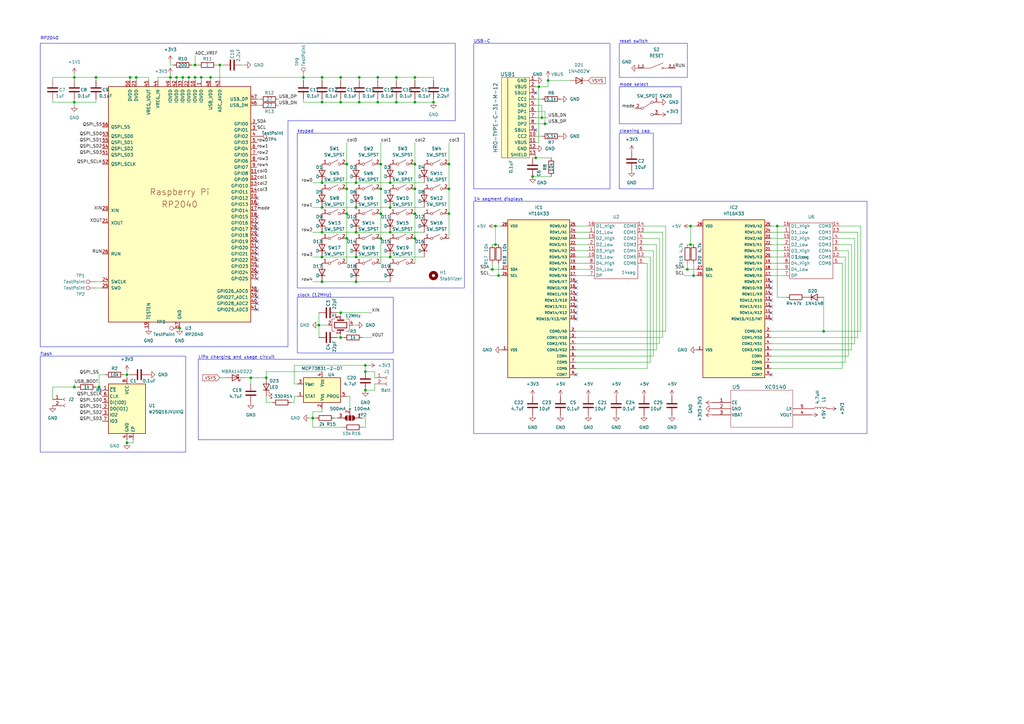
<source format=kicad_sch>
(kicad_sch (version 20230121) (generator eeschema)
  (paper "A3")
  (title_block (title "Model-C - Calculator numpad combo with mechanical switches") (date "2025-01-10") (rev "v2.0") (company "Design by Brian Hill (@TrojanPinata)"))
  (junction (at 40.64 158.75))
  (junction (at 204.47 113.03))
  (junction (at 142.24 67.31))
  (junction (at 73.66 134.62))
  (junction (at 72.39 31.75))
  (junction (at 156.21 97.79))
  (junction (at 149.86 149.86))
  (junction (at 170.18 41.91))
  (junction (at 55.88 31.75))
  (junction (at 184.15 67.31))
  (junction (at 160.02 95.25))
  (junction (at 69.85 31.75))
  (junction (at 160.02 74.93))
  (junction (at 132.08 95.25))
  (junction (at 146.05 74.93))
  (junction (at 146.05 105.41))
  (junction (at 139.7 128.27))
  (junction (at 142.24 97.79))
  (junction (at 109.22 154.94))
  (junction (at 30.48 31.75))
  (junction (at 162.56 31.75))
  (junction (at 223.52 50.8))
  (junction (at 146.05 85.09))
  (junction (at 156.21 87.63))
  (junction (at 132.08 31.75))
  (junction (at 139.7 31.75))
  (junction (at 53.34 31.75))
  (junction (at 170.18 77.47))
  (junction (at 39.37 31.75))
  (junction (at 90.17 26.67))
  (junction (at 132.08 41.91))
  (junction (at 160.02 105.41))
  (junction (at 177.8 41.91))
  (junction (at 80.01 26.67))
  (junction (at 132.08 115.57))
  (junction (at 162.56 41.91))
  (junction (at 139.7 41.91))
  (junction (at 86.36 31.75))
  (junction (at 156.21 67.31))
  (junction (at 218.44 72.39))
  (junction (at 149.86 160.02))
  (junction (at 149.86 152.4))
  (junction (at 147.32 31.75))
  (junction (at 160.02 85.09))
  (junction (at 142.24 77.47))
  (junction (at 132.08 74.93))
  (junction (at 318.77 92.71))
  (junction (at 219.71 64.77))
  (junction (at 154.94 31.75))
  (junction (at 132.08 105.41))
  (junction (at 52.07 181.61))
  (junction (at 147.32 41.91))
  (junction (at 30.48 158.75))
  (junction (at 80.01 31.75))
  (junction (at 132.08 85.09))
  (junction (at 203.2 92.71))
  (junction (at 146.05 95.25))
  (junction (at 170.18 31.75))
  (junction (at 203.2 100.33))
  (junction (at 82.55 31.75))
  (junction (at 30.48 41.91))
  (junction (at 184.15 87.63))
  (junction (at 170.18 87.63))
  (junction (at 284.48 113.03))
  (junction (at 283.21 92.71))
  (junction (at 220.98 35.56))
  (junction (at 130.81 133.35))
  (junction (at 77.47 31.75))
  (junction (at 156.21 77.47))
  (junction (at 154.94 41.91))
  (junction (at 124.46 31.75))
  (junction (at 184.15 77.47))
  (junction (at 102.87 154.94))
  (junction (at 170.18 67.31))
  (junction (at 337.82 135.89))
  (junction (at 128.27 171.45))
  (junction (at 281.94 110.49))
  (junction (at 283.21 100.33))
  (junction (at 74.93 31.75))
  (junction (at 142.24 87.63))
  (junction (at 170.18 97.79))
  (junction (at 146.05 115.57))
  (junction (at 201.93 110.49))
  (junction (at 52.07 153.67))
  (junction (at 139.7 138.43))
  (junction (at 224.79 33.02))
  (junction (at 222.25 48.26))
  (no_connect (at 105.41 111.76))
  (no_connect (at 236.22 123.19))
  (no_connect (at 236.22 120.65))
  (no_connect (at 105.41 93.98))
  (no_connect (at 316.23 118.11))
  (no_connect (at 105.41 124.46))
  (no_connect (at 105.41 104.14))
  (no_connect (at 316.23 153.67))
  (no_connect (at 105.41 83.82))
  (no_connect (at 105.41 127))
  (no_connect (at 105.41 96.52))
  (no_connect (at 236.22 115.57))
  (no_connect (at 105.41 109.22))
  (no_connect (at 105.41 88.9))
  (no_connect (at 316.23 123.19))
  (no_connect (at 316.23 130.81))
  (no_connect (at 105.41 114.3))
  (no_connect (at 316.23 125.73))
  (no_connect (at 316.23 120.65))
  (no_connect (at 236.22 128.27))
  (no_connect (at 105.41 106.68))
  (no_connect (at 105.41 99.06))
  (no_connect (at 236.22 125.73))
  (no_connect (at 236.22 153.67))
  (no_connect (at 105.41 101.6))
  (no_connect (at 105.41 91.44))
  (no_connect (at 105.41 121.92))
  (no_connect (at 316.23 128.27))
  (no_connect (at 219.71 53.34))
  (no_connect (at 219.71 38.1))
  (no_connect (at 236.22 118.11))
  (no_connect (at 105.41 119.38))
  (no_connect (at 316.23 115.57))
  (no_connect (at 236.22 130.81))
  (no_connect (at 105.41 81.28))
  (wire (pts (xy 346.71 148.59) (xy 316.23 148.59)))
  (wire (pts (xy 224.79 31.75) (xy 224.79 33.02)))
  (wire (pts (xy 139.7 31.75) (xy 139.7 33.02)))
  (wire (pts (xy 69.85 31.75) (xy 69.85 33.02)))
  (wire (pts (xy 222.25 48.26) (xy 224.79 48.26)))
  (wire (pts (xy 140.97 175.26) (xy 128.27 175.26)))
  (wire (pts (xy 55.88 31.75) (xy 60.96 31.75)))
  (wire (pts (xy 344.17 102.87) (xy 347.98 102.87)))
  (wire (pts (xy 86.36 31.75) (xy 124.46 31.75)))
  (wire (pts (xy 219.71 35.56) (xy 220.98 35.56)))
  (wire (pts (xy 236.22 97.79) (xy 241.3 97.79)))
  (wire (pts (xy 316.23 92.71) (xy 318.77 92.71)))
  (wire (pts (xy 156.21 97.79) (xy 156.21 107.95)))
  (wire (pts (xy 69.85 31.75) (xy 72.39 31.75)))
  (wire (pts (xy 142.24 87.63) (xy 142.24 97.79)))
  (wire (pts (xy 236.22 92.71) (xy 241.3 92.71)))
  (wire (pts (xy 203.2 92.71) (xy 203.2 100.33)))
  (wire (pts (xy 139.7 41.91) (xy 147.32 41.91)))
  (wire (pts (xy 147.32 31.75) (xy 154.94 31.75)))
  (wire (pts (xy 201.93 110.49) (xy 200.66 110.49)))
  (wire (pts (xy 316.23 110.49) (xy 321.31 110.49)))
  (wire (pts (xy 264.16 95.25) (xy 271.78 95.25)))
  (wire (pts (xy 124.46 41.91) (xy 132.08 41.91)))
  (wire (pts (xy 148.59 171.45) (xy 149.86 171.45)))
  (wire (pts (xy 170.18 31.75) (xy 177.8 31.75)))
  (wire (pts (xy 132.08 115.57) (xy 146.05 115.57)))
  (wire (pts (xy 265.43 107.95) (xy 265.43 151.13)))
  (wire (pts (xy 162.56 31.75) (xy 162.56 33.02)))
  (wire (pts (xy 77.47 31.75) (xy 80.01 31.75)))
  (wire (pts (xy 204.47 113.03) (xy 200.66 113.03)))
  (wire (pts (xy 269.24 143.51) (xy 236.22 143.51)))
  (wire (pts (xy 156.21 58.42) (xy 156.21 67.31)))
  (wire (pts (xy 223.52 50.8) (xy 223.52 45.72)))
  (wire (pts (xy 281.94 107.95) (xy 281.94 110.49)))
  (wire (pts (xy 344.17 107.95) (xy 345.44 107.95)))
  (wire (pts (xy 160.02 105.41) (xy 173.99 105.41)))
  (wire (pts (xy 21.59 40.64) (xy 21.59 41.91)))
  (wire (pts (xy 53.34 31.75) (xy 55.88 31.75)))
  (wire (pts (xy 30.48 41.91) (xy 30.48 43.18)))
  (wire (pts (xy 236.22 110.49) (xy 241.3 110.49)))
  (wire (pts (xy 139.7 138.43) (xy 140.97 138.43)))
  (wire (pts (xy 121.92 157.48) (xy 120.65 157.48)))
  (wire (pts (xy 100.33 154.94) (xy 102.87 154.94)))
  (wire (pts (xy 30.48 157.48) (xy 30.48 158.75)))
  (wire (pts (xy 128.27 85.09) (xy 132.08 85.09)))
  (wire (pts (xy 102.87 154.94) (xy 102.87 157.48)))
  (wire (pts (xy 347.98 102.87) (xy 347.98 146.05)))
  (wire (pts (xy 138.43 128.27) (xy 139.7 128.27)))
  (wire (pts (xy 236.22 107.95) (xy 241.3 107.95)))
  (wire (pts (xy 54.61 181.61) (xy 54.61 180.34)))
  (wire (pts (xy 127 171.45) (xy 128.27 171.45)))
  (wire (pts (xy 264.16 97.79) (xy 270.51 97.79)))
  (wire (pts (xy 170.18 31.75) (xy 170.18 33.02)))
  (wire (pts (xy 128.27 175.26) (xy 128.27 171.45)))
  (wire (pts (xy 82.55 31.75) (xy 82.55 33.02)))
  (wire (pts (xy 160.02 85.09) (xy 173.99 85.09)))
  (wire (pts (xy 316.23 97.79) (xy 321.31 97.79)))
  (wire (pts (xy 353.06 135.89) (xy 337.82 135.89)))
  (wire (pts (xy 316.23 107.95) (xy 321.31 107.95)))
  (wire (pts (xy 120.65 162.56) (xy 121.92 162.56)))
  (wire (pts (xy 267.97 102.87) (xy 267.97 146.05)))
  (wire (pts (xy 132.08 95.25) (xy 146.05 95.25)))
  (wire (pts (xy 146.05 74.93) (xy 160.02 74.93)))
  (wire (pts (xy 224.79 35.56) (xy 224.79 33.02)))
  (wire (pts (xy 78.74 26.67) (xy 80.01 26.67)))
  (polyline (pts (xy 186.69 49.53) (xy 118.11 49.53)))
  (wire (pts (xy 284.48 107.95) (xy 284.48 113.03)))
  (wire (pts (xy 142.24 162.56) (xy 143.51 162.56)))
  (wire (pts (xy 74.93 31.75) (xy 77.47 31.75)))
  (wire (pts (xy 128.27 115.57) (xy 132.08 115.57)))
  (wire (pts (xy 109.22 152.4) (xy 109.22 154.94)))
  (wire (pts (xy 39.37 158.75) (xy 40.64 158.75)))
  (wire (pts (xy 270.51 97.79) (xy 270.51 140.97)))
  (wire (pts (xy 204.47 113.03) (xy 205.74 113.03)))
  (wire (pts (xy 236.22 95.25) (xy 241.3 95.25)))
  (wire (pts (xy 148.59 175.26) (xy 149.86 175.26)))
  (wire (pts (xy 39.37 41.91) (xy 30.48 41.91)))
  (polyline (pts (xy 118.11 142.24) (xy 16.51 142.24)))
  (wire (pts (xy 130.81 133.35) (xy 130.81 138.43)))
  (wire (pts (xy 170.18 67.31) (xy 170.18 77.47)))
  (wire (pts (xy 102.87 154.94) (xy 109.22 154.94)))
  (wire (pts (xy 153.67 154.94) (xy 153.67 152.4)))
  (wire (pts (xy 132.08 152.4) (xy 109.22 152.4)))
  (wire (pts (xy 30.48 158.75) (xy 31.75 158.75)))
  (wire (pts (xy 30.48 30.48) (xy 30.48 31.75)))
  (wire (pts (xy 271.78 138.43) (xy 271.78 95.25)))
  (wire (pts (xy 52.07 153.67) (xy 53.34 153.67)))
  (wire (pts (xy 146.05 115.57) (xy 160.02 115.57)))
  (wire (pts (xy 316.23 102.87) (xy 321.31 102.87)))
  (polyline (pts (xy 16.51 17.78) (xy 16.51 142.24)))
  (wire (pts (xy 132.08 105.41) (xy 146.05 105.41)))
  (wire (pts (xy 151.13 149.86) (xy 149.86 149.86)))
  (wire (pts (xy 128.27 74.93) (xy 132.08 74.93)))
  (wire (pts (xy 132.08 40.64) (xy 132.08 41.91)))
  (wire (pts (xy 40.64 158.75) (xy 40.64 160.02)))
  (wire (pts (xy 109.22 162.56) (xy 109.22 165.1)))
  (wire (pts (xy 318.77 121.92) (xy 318.77 92.71)))
  (wire (pts (xy 30.48 40.64) (xy 30.48 41.91)))
  (wire (pts (xy 267.97 146.05) (xy 236.22 146.05)))
  (wire (pts (xy 80.01 26.67) (xy 81.28 26.67)))
  (wire (pts (xy 273.05 135.89) (xy 236.22 135.89)))
  (wire (pts (xy 109.22 165.1) (xy 111.76 165.1)))
  (wire (pts (xy 52.07 181.61) (xy 54.61 181.61)))
  (wire (pts (xy 222.25 43.18) (xy 222.25 48.26)))
  (wire (pts (xy 39.37 31.75) (xy 30.48 31.75)))
  (wire (pts (xy 139.7 138.43) (xy 139.7 137.16)))
  (wire (pts (xy 120.65 157.48) (xy 120.65 149.86)))
  (wire (pts (xy 203.2 100.33) (xy 204.47 100.33)))
  (wire (pts (xy 90.17 26.67) (xy 91.44 26.67)))
  (wire (pts (xy 132.08 31.75) (xy 132.08 33.02)))
  (wire (pts (xy 146.05 95.25) (xy 160.02 95.25)))
  (wire (pts (xy 69.85 30.48) (xy 69.85 31.75)))
  (wire (pts (xy 170.18 97.79) (xy 170.18 107.95)))
  (wire (pts (xy 316.23 105.41) (xy 321.31 105.41)))
  (wire (pts (xy 105.41 40.64) (xy 106.68 40.64)))
  (wire (pts (xy 284.48 113.03) (xy 280.67 113.03)))
  (wire (pts (xy 236.22 102.87) (xy 241.3 102.87)))
  (wire (pts (xy 142.24 77.47) (xy 142.24 87.63)))
  (wire (pts (xy 77.47 31.75) (xy 77.47 33.02)))
  (wire (pts (xy 64.77 31.75) (xy 69.85 31.75)))
  (wire (pts (xy 264.16 100.33) (xy 269.24 100.33)))
  (wire (pts (xy 219.71 64.77) (xy 226.06 64.77)))
  (wire (pts (xy 100.33 26.67) (xy 99.06 26.67)))
  (wire (pts (xy 128.27 171.45) (xy 129.54 171.45)))
  (wire (pts (xy 154.94 40.64) (xy 154.94 41.91)))
  (wire (pts (xy 124.46 31.75) (xy 124.46 33.02)))
  (wire (pts (xy 72.39 31.75) (xy 74.93 31.75)))
  (wire (pts (xy 219.71 50.8) (xy 223.52 50.8)))
  (wire (pts (xy 21.59 33.02) (xy 21.59 31.75)))
  (wire (pts (xy 350.52 97.79) (xy 350.52 140.97)))
  (wire (pts (xy 149.86 149.86) (xy 149.86 152.4)))
  (wire (pts (xy 120.65 149.86) (xy 149.86 149.86)))
  (wire (pts (xy 88.9 26.67) (xy 90.17 26.67)))
  (wire (pts (xy 170.18 41.91) (xy 177.8 41.91)))
  (wire (pts (xy 154.94 31.75) (xy 162.56 31.75)))
  (wire (pts (xy 281.94 110.49) (xy 285.75 110.49)))
  (wire (pts (xy 128.27 95.25) (xy 132.08 95.25)))
  (wire (pts (xy 223.52 50.8) (xy 224.79 50.8)))
  (wire (pts (xy 283.21 100.33) (xy 281.94 100.33)))
  (wire (pts (xy 318.77 92.71) (xy 321.31 92.71)))
  (wire (pts (xy 124.46 31.75) (xy 132.08 31.75)))
  (wire (pts (xy 21.59 158.75) (xy 21.59 163.83)))
  (wire (pts (xy 120.65 165.1) (xy 120.65 162.56)))
  (wire (pts (xy 201.93 107.95) (xy 201.93 110.49)))
  (wire (pts (xy 148.59 138.43) (xy 152.4 138.43)))
  (wire (pts (xy 283.21 92.71) (xy 285.75 92.71)))
  (wire (pts (xy 40.64 160.02) (xy 41.91 160.02)))
  (wire (pts (xy 223.52 45.72) (xy 219.71 45.72)))
  (wire (pts (xy 39.37 31.75) (xy 53.34 31.75)))
  (wire (pts (xy 177.8 33.02) (xy 177.8 31.75)))
  (wire (pts (xy 349.25 100.33) (xy 349.25 143.51)))
  (wire (pts (xy 170.18 87.63) (xy 170.18 97.79)))
  (wire (pts (xy 30.48 31.75) (xy 30.48 33.02)))
  (wire (pts (xy 142.24 67.31) (xy 142.24 77.47)))
  (wire (pts (xy 80.01 31.75) (xy 82.55 31.75)))
  (wire (pts (xy 69.85 26.67) (xy 71.12 26.67)))
  (wire (pts (xy 219.71 55.88) (xy 222.25 55.88)))
  (wire (pts (xy 226.06 72.39) (xy 218.44 72.39)))
  (wire (pts (xy 344.17 105.41) (xy 346.71 105.41)))
  (wire (pts (xy 86.36 31.75) (xy 86.36 33.02)))
  (wire (pts (xy 264.16 102.87) (xy 267.97 102.87)))
  (wire (pts (xy 218.44 64.77) (xy 219.71 64.77)))
  (wire (pts (xy 132.08 85.09) (xy 146.05 85.09)))
  (wire (pts (xy 283.21 100.33) (xy 284.48 100.33)))
  (wire (pts (xy 60.96 31.75) (xy 60.96 33.02)))
  (wire (pts (xy 154.94 41.91) (xy 162.56 41.91)))
  (wire (pts (xy 236.22 105.41) (xy 241.3 105.41)))
  (wire (pts (xy 346.71 105.41) (xy 346.71 148.59)))
  (wire (pts (xy 39.37 40.64) (xy 39.37 41.91)))
  (wire (pts (xy 224.79 33.02) (xy 233.68 33.02)))
  (wire (pts (xy 273.05 92.71) (xy 273.05 135.89)))
  (wire (pts (xy 160.02 95.25) (xy 173.99 95.25)))
  (wire (pts (xy 74.93 31.75) (xy 74.93 33.02)))
  (wire (pts (xy 138.43 138.43) (xy 139.7 138.43)))
  (wire (pts (xy 119.38 165.1) (xy 120.65 165.1)))
  (wire (pts (xy 40.64 153.67) (xy 40.64 158.75)))
  (wire (pts (xy 132.08 168.91) (xy 132.08 167.64)))
  (wire (pts (xy 80.01 31.75) (xy 80.01 33.02)))
  (wire (pts (xy 236.22 113.03) (xy 241.3 113.03)))
  (wire (pts (xy 139.7 128.27) (xy 139.7 129.54)))
  (polyline (pts (xy 186.69 17.78) (xy 186.69 49.53)))
  (wire (pts (xy 39.37 118.11) (xy 41.91 118.11)))
  (wire (pts (xy 236.22 138.43) (xy 271.78 138.43)))
  (wire (pts (xy 283.21 92.71) (xy 283.21 100.33)))
  (wire (pts (xy 156.21 77.47) (xy 156.21 87.63)))
  (wire (pts (xy 344.17 100.33) (xy 349.25 100.33)))
  (wire (pts (xy 128.27 105.41) (xy 132.08 105.41)))
  (wire (pts (xy 201.93 110.49) (xy 205.74 110.49)))
  (wire (pts (xy 170.18 58.42) (xy 170.18 67.31)))
  (wire (pts (xy 266.7 148.59) (xy 236.22 148.59)))
  (wire (pts (xy 39.37 33.02) (xy 39.37 31.75)))
  (wire (pts (xy 337.82 135.89) (xy 316.23 135.89)))
  (wire (pts (xy 69.85 25.4) (xy 69.85 26.67)))
  (wire (pts (xy 132.08 74.93) (xy 146.05 74.93)))
  (polyline (pts (xy 118.11 49.53) (xy 118.11 142.24)))
  (wire (pts (xy 128.27 168.91) (xy 128.27 171.45)))
  (wire (pts (xy 139.7 40.64) (xy 139.7 41.91)))
  (wire (pts (xy 270.51 140.97) (xy 236.22 140.97)))
  (wire (pts (xy 80.01 26.67) (xy 80.01 22.86)))
  (wire (pts (xy 269.24 100.33) (xy 269.24 143.51)))
  (wire (pts (xy 184.15 87.63) (xy 184.15 97.79)))
  (wire (pts (xy 284.48 113.03) (xy 285.75 113.03)))
  (wire (pts (xy 144.78 133.35) (xy 146.05 133.35)))
  (wire (pts (xy 52.07 180.34) (xy 52.07 181.61)))
  (wire (pts (xy 219.71 43.18) (xy 222.25 43.18)))
  (wire (pts (xy 184.15 67.31) (xy 184.15 77.47)))
  (wire (pts (xy 39.37 115.57) (xy 41.91 115.57)))
  (wire (pts (xy 139.7 31.75) (xy 147.32 31.75)))
  (wire (pts (xy 316.23 138.43) (xy 351.79 138.43)))
  (wire (pts (xy 264.16 92.71) (xy 273.05 92.71)))
  (wire (pts (xy 143.51 162.56) (xy 143.51 167.64)))
  (wire (pts (xy 177.8 40.64) (xy 177.8 41.91)))
  (wire (pts (xy 344.17 92.71) (xy 353.06 92.71)))
  (wire (pts (xy 147.32 40.64) (xy 147.32 41.91)))
  (wire (pts (xy 50.8 153.67) (xy 52.07 153.67)))
  (wire (pts (xy 132.08 31.75) (xy 139.7 31.75)))
  (wire (pts (xy 149.86 171.45) (xy 149.86 175.26)))
  (wire (pts (xy 139.7 128.27) (xy 152.4 128.27)))
  (wire (pts (xy 162.56 31.75) (xy 170.18 31.75)))
  (wire (pts (xy 344.17 97.79) (xy 350.52 97.79)))
  (wire (pts (xy 353.06 92.71) (xy 353.06 135.89)))
  (wire (pts (xy 265.43 151.13) (xy 236.22 151.13)))
  (wire (pts (xy 351.79 138.43) (xy 351.79 95.25)))
  (wire (pts (xy 264.16 105.41) (xy 266.7 105.41)))
  (wire (pts (xy 184.15 77.47) (xy 184.15 87.63)))
  (wire (pts (xy 55.88 31.75) (xy 55.88 33.02)))
  (wire (pts (xy 204.47 107.95) (xy 204.47 113.03)))
  (wire (pts (xy 147.32 41.91) (xy 154.94 41.91)))
  (wire (pts (xy 162.56 40.64) (xy 162.56 41.91)))
  (wire (pts (xy 170.18 77.47) (xy 170.18 87.63)))
  (wire (pts (xy 130.81 128.27) (xy 130.81 133.35)))
  (wire (pts (xy 281.94 110.49) (xy 280.67 110.49)))
  (wire (pts (xy 153.67 160.02) (xy 149.86 160.02)))
  (wire (pts (xy 184.15 58.42) (xy 184.15 67.31)))
  (wire (pts (xy 219.71 40.64) (xy 222.25 40.64)))
  (wire (pts (xy 347.98 146.05) (xy 316.23 146.05)))
  (wire (pts (xy 64.77 31.75) (xy 64.77 33.02)))
  (wire (pts (xy 124.46 40.64) (xy 124.46 41.91)))
  (wire (pts (xy 337.82 121.92) (xy 337.82 135.89)))
  (wire (pts (xy 21.59 158.75) (xy 30.48 158.75)))
  (wire (pts (xy 160.02 74.93) (xy 173.99 74.93)))
  (wire (pts (xy 345.44 151.13) (xy 316.23 151.13)))
  (wire (pts (xy 132.08 168.91) (xy 128.27 168.91)))
  (wire (pts (xy 220.98 35.56) (xy 224.79 35.56)))
  (wire (pts (xy 21.59 41.91) (xy 30.48 41.91)))
  (wire (pts (xy 344.17 95.25) (xy 351.79 95.25)))
  (wire (pts (xy 316.23 113.03) (xy 321.31 113.03)))
  (wire (pts (xy 349.25 143.51) (xy 316.23 143.51)))
  (wire (pts (xy 350.52 140.97) (xy 316.23 140.97)))
  (wire (pts (xy 266.7 105.41) (xy 266.7 148.59)))
  (wire (pts (xy 52.07 152.4) (xy 52.07 153.67)))
  (wire (pts (xy 219.71 63.5) (xy 219.71 64.77)))
  (wire (pts (xy 203.2 100.33) (xy 201.93 100.33)))
  (polyline (pts (xy 16.51 17.78) (xy 186.69 17.78)))
  (wire (pts (xy 236.22 100.33) (xy 241.3 100.33)))
  (wire (pts (xy 105.41 43.18) (xy 106.68 43.18)))
  (wire (pts (xy 142.24 97.79) (xy 142.24 107.95)))
  (wire (pts (xy 154.94 31.75) (xy 154.94 33.02)))
  (wire (pts (xy 90.17 26.67) (xy 90.17 33.02)))
  (wire (pts (xy 316.23 100.33) (xy 321.31 100.33)))
  (wire (pts (xy 162.56 41.91) (xy 170.18 41.91)))
  (wire (pts (xy 153.67 157.48) (xy 153.67 160.02)))
  (wire (pts (xy 138.43 171.45) (xy 137.16 171.45)))
  (wire (pts (xy 142.24 58.42) (xy 142.24 67.31)))
  (wire (pts (xy 53.34 31.75) (xy 53.34 33.02)))
  (wire (pts (xy 203.2 92.71) (xy 205.74 92.71)))
  (wire (pts (xy 132.08 41.91) (xy 139.7 41.91)))
  (wire (pts (xy 156.21 87.63) (xy 156.21 97.79)))
  (wire (pts (xy 316.23 95.25) (xy 321.31 95.25)))
  (wire (pts (xy 322.58 121.92) (xy 318.77 121.92)))
  (wire (pts (xy 130.81 133.35) (xy 134.62 133.35)))
  (wire (pts (xy 219.71 58.42) (xy 220.98 58.42)))
  (wire (pts (xy 153.67 152.4) (xy 149.86 152.4)))
  (wire (pts (xy 72.39 31.75) (xy 72.39 33.02)))
  (wire (pts (xy 264.16 107.95) (xy 265.43 107.95)))
  (wire (pts (xy 82.55 31.75) (xy 86.36 31.75)))
  (wire (pts (xy 345.44 107.95) (xy 345.44 151.13)))
  (wire (pts (xy 52.07 153.67) (xy 52.07 154.94)))
  (wire (pts (xy 43.18 153.67) (xy 40.64 153.67)))
  (wire (pts (xy 146.05 85.09) (xy 160.02 85.09)))
  (wire (pts (xy 147.32 31.75) (xy 147.32 33.02)))
  (wire (pts (xy 170.18 40.64) (xy 170.18 41.91)))
  (wire (pts (xy 220.98 58.42) (xy 220.98 35.56)))
  (wire (pts (xy 21.59 31.75) (xy 30.48 31.75)))
  (wire (pts (xy 90.17 154.94) (xy 92.71 154.94)))
  (wire (pts (xy 146.05 105.41) (xy 160.02 105.41)))
  (wire (pts (xy 222.25 48.26) (xy 219.71 48.26)))
  (wire (pts (xy 156.21 67.31) (xy 156.21 77.47)))
  (rectangle (start 194.31 82.55) (end 355.6 177.8))
  (rectangle (start 194.31 17.78) (end 250.19 77.47))
  (rectangle (start 121.92 121.92) (end 161.29 144.78))
  (rectangle (start 81.28 147.32) (end 161.29 180.34))
  (rectangle (start 254 35.56) (end 279.4 50.8))
  (rectangle (start 254 17.78) (end 281.94 31.75))
  (rectangle (start 254 54.61) (end 267.97 77.47))
  (rectangle (start 121.92 54.61) (end 190.5 118.11))
  (rectangle (start 16.51 146.05) (end 76.2 185.42))
  (text "RP2040" (at 16.51 16.51 0) (effects (font (size 1.27 1.27)) (justify left bottom)))
  (text "flash" (at 16.51 146.05 0) (effects (font (size 1.27 1.27)) (justify left bottom)))
  (text "mode select" (at 254 35.56 0) (effects (font (size 1.27 1.27)) (justify left bottom)))
  (text "USB-C" (at 194.31 17.78 0) (effects (font (size 1.27 1.27)) (justify left bottom)))
  (text "cleaning cap" (at 254 54.61 0) (effects (font (size 1.27 1.27)) (justify left bottom)))
  (text "reset switch" (at 254 17.78 0) (effects (font (size 1.27 1.27)) (justify left bottom)))
  (text "clock (12MHz)" (at 121.92 121.92 0) (effects (font (size 1.27 1.27)) (justify left bottom)))
  (text "14 segment displays" (at 194.31 82.55 0) (effects (font (size 1.27 1.27)) (justify left bottom)))
  (text "LiPo charging and usage circuit" (at 81.28 147.32 0) (effects (font (size 1.27 1.27)) (justify left bottom)))
  (text "keypad" (at 121.92 54.61 0) (effects (font (size 1.27 1.27)) (justify left bottom)))
  (label "SCL" (at 200.66 113.03 180))
  (label "col3" (at 105.41 78.74 0))
  (label "row1" (at 105.41 60.96 0))
  (label "XOUT" (at 41.91 91.44 180))
  (label "col3" (at 184.15 58.42 0))
  (label "SDA" (at 200.66 110.49 180))
  (label "ADC_VREF" (at 80.01 22.86 0))
  (label "XIN" (at 41.91 86.36 180))
  (label "row2" (at 128.27 95.25 180))
  (label "USB_DN" (at 224.79 48.26 0))
  (label "USB_BOOT" (at 30.48 157.48 0))
  (label "SDA" (at 105.41 50.8 0))
  (label "QSPI_SD3" (at 41.91 172.72 180))
  (label "QSPI_SS" (at 40.64 153.67 180))
  (label "row2" (at 105.41 63.5 0))
  (label "col0" (at 105.41 71.12 0))
  (label "QSPI_SD1" (at 41.91 167.64 180))
  (label "row4" (at 105.41 68.58 0))
  (label "USB_DP" (at 114.3 40.64 0))
  (label "row1" (at 128.27 85.09 180))
  (label "col2" (at 105.41 76.2 0))
  (label "XIN" (at 152.4 128.27 0))
  (label "QSPI_SD0" (at 41.91 55.88 180))
  (label "row3" (at 105.41 66.04 0))
  (label "row4" (at 128.27 115.57 180))
  (label "col2" (at 170.18 58.42 0))
  (label "USB_DN" (at 114.3 43.18 0))
  (label "USB_DP" (at 224.79 50.8 0))
  (label "QSPI_SD3" (at 41.91 63.5 180))
  (label "SCL" (at 280.67 113.03 180))
  (label "QSPI_SD2" (at 41.91 170.18 180))
  (label "QSPI_SCLK" (at 41.91 162.56 180))
  (label "QSPI_SD0" (at 41.91 165.1 180))
  (label "col0" (at 142.24 58.42 0))
  (label "SCL" (at 105.41 53.34 0))
  (label "QSPI_SD1" (at 41.91 58.42 180))
  (label "QSPI_SS" (at 41.91 52.07 180))
  (label "RUN" (at 276.86 27.94 0))
  (label "QSPI_SD2" (at 41.91 60.96 180))
  (label "XOUT" (at 152.4 138.43 0))
  (label "col1" (at 156.21 58.42 0))
  (label "col1" (at 105.41 73.66 0))
  (label "QSPI_SCLK" (at 41.91 67.31 180))
  (label "SDA" (at 280.67 110.49 180))
  (label "mode" (at 260.35 44.45 180))
  (label "row3" (at 128.27 105.41 180))
  (label "row0" (at 105.41 58.42 0))
  (label "RUN" (at 41.91 104.14 180))
  (label "row0" (at 128.27 74.93 180))
  (label "mode" (at 105.41 86.36 0))
  (global_label "VSYS" (shape input) (at 241.3 33.02 0) (property "Intersheetrefs" "${INTERSHEET_REFS}" (effects hide)))
  (global_label "VSYS" (shape input) (at 90.17 154.94 180) (property "Intersheetrefs" "${INTERSHEET_REFS}" (effects hide)))
  (symbol (lib_id "power:+3V3") (at 259.08 62.23 0) (unit 1)
    (property "Reference" "#PWR05" (effects hide))
    (property "Value" "+3V3" (at 259.08 57.15 0))
  )
  (symbol (lib_id "Device:D") (at 160.02 71.12 90) (unit 1)
    (property "Reference" "D3" (at 157.48 68.58 90) (effects (justify right)))
    (property "Value" "D" (at 157.48 72.39 90) (effects (justify right)))
    (property "Footprint" "Diode_SMD:D_SOD-123" (effects hide))
    (property "Sim.Device" "D" (effects hide))
    (property "Sim.Pins" "1=K 2=A" (effects hide))
  )
  (symbol (lib_id "Switch:SW_SPST") (at 151.13 77.47 0) (unit 1)
    (property "Reference" "SW6" (at 151.13 71.12 0))
    (property "Value" "SW_SPST" (at 151.13 73.66 0))
    (property "Footprint" "PCM_Switch_Keyboard_Cherry_MX:SW_Cherry_MX_PCB_1.00u" (effects hide))
  )
  (symbol (lib_id "power:+1V1") (at 30.48 30.48 0) (unit 1)
    (property "Reference" "#PWR021" (effects hide))
    (property "Value" "+1V1" (at 30.48 25.4 0))
  )
  (symbol (lib_id "Device:D") (at 132.08 81.28 90) (unit 1)
    (property "Reference" "D5" (at 129.54 78.74 90) (effects (justify right)))
    (property "Value" "D" (at 129.54 82.55 90) (effects (justify right)))
    (property "Footprint" "Diode_SMD:D_SOD-123" (effects hide))
    (property "Sim.Device" "D" (effects hide))
    (property "Sim.Pins" "1=K 2=A" (effects hide))
  )
  (symbol (lib_id "power:+3V3") (at 292.1 170.18 90) (unit 1)
    (property "Reference" "#PWR014" (effects hide))
    (property "Value" "+3V3" (at 287.02 170.18 0))
  )
  (symbol (lib_id "Switch:SW_SPST") (at 165.1 87.63 0) (unit 1)
    (property "Reference" "SW10" (at 165.1 81.28 0))
    (property "Value" "SW_SPST" (at 165.1 83.82 0))
    (property "Footprint" "PCM_Switch_Keyboard_Cherry_MX:SW_Cherry_MX_PCB_1.00u" (effects hide))
  )
  (symbol (lib_id "Device:C") (at 139.7 36.83 0) (unit 1)
    (property "Reference" "C13" (at 142.24 36.83 0) (effects (justify left)))
    (property "Value" "0.1uF" (at 140.97 39.37 0) (effects (justify left)))
    (property "Footprint" "Capacitor_SMD:C_0402_1005Metric" (effects hide))
  )
  (symbol (lib_id "Device:R") (at 46.99 153.67 90) (unit 1)
    (property "Reference" "R2" (at 46.99 151.13 90))
    (property "Value" "10k" (at 46.99 153.67 90))
    (property "Footprint" "Resistor_SMD:R_0402_1005Metric" (effects hide))
  )
  (symbol (lib_id "Device:C") (at 252.73 166.37 0) (unit 1)
    (property "Reference" "C21" (at 245.11 165.1 0) (effects (justify left)))
    (property "Value" "10uF" (at 243.84 167.64 0) (effects (justify left)))
    (property "Footprint" "Capacitor_SMD:C_0402_1005Metric" (effects hide))
  )
  (symbol (lib_name "GND_2") (lib_id "power:GND") (at 270.51 41.91 90) (unit 1)
    (property "Reference" "#PWR046" (effects hide))
    (property "Value" "GND" (at 274.32 41.91 90) (effects (justify right)))
  )
  (symbol (lib_id "Switch:SW_SPST") (at 151.13 87.63 0) (unit 1)
    (property "Reference" "SW9" (at 151.13 81.28 0))
    (property "Value" "SW_SPST" (at 151.13 83.82 0))
    (property "Footprint" "PCM_Switch_Keyboard_Cherry_MX:SW_Cherry_MX_PCB_1.00u" (effects hide))
  )
  (symbol (lib_id "Memory_Flash:W25Q32JVZP") (at 52.07 167.64 0) (unit 1)
    (property "Reference" "U1" (at 60.96 166.37 0) (effects (justify left)))
    (property "Value" "W25Q16JVUXIQ" (at 60.96 168.91 0) (effects (justify left)))
    (property "Footprint" "Package_SON:SON-8-1EP_3x2mm_P0.5mm_EP1.4x1.6mm" (effects hide))
    (property "Datasheet" "http://www.winbond.com/resource-files/w25q32jv%20revg%2003272018%20plus.pdf" (effects hide))
  )
  (symbol (lib_id "Device:R") (at 110.49 40.64 90) (unit 1)
    (property "Reference" "R12" (at 110.49 38.1 90))
    (property "Value" "27" (at 110.49 40.64 90))
    (property "Footprint" "Resistor_SMD:R_0402_1005Metric" (effects hide))
  )
  (symbol (lib_name "GND_2") (lib_id "power:GND") (at 205.74 143.51 270) (unit 1)
    (property "Reference" "#PWR034" (effects hide))
    (property "Value" "GND" (at 201.93 143.51 90) (effects (justify right)))
  )
  (symbol (lib_id "power:+3V3") (at 340.36 167.64 270) (unit 1)
    (property "Reference" "#PWR012" (effects hide))
    (property "Value" "+3V3" (at 345.44 167.64 0))
  )
  (symbol (lib_id "Connector:Conn_01x02_Socket") (at 26.67 163.83 0) (unit 1)
    (property "Reference" "J2" (at 27.94 163.83 0) (effects (justify left)))
    (property "Value" "Conn_01x02_Socket" (effects hide))
    (property "Footprint" "Connector_PinSocket_2.54mm:PinSocket_1x02_P2.54mm_Vertical" (effects hide))
  )
  (symbol (lib_id "power:GND") (at 218.44 72.39 0) (unit 1)
    (property "Reference" "#PWR015" (effects hide))
    (property "Value" "GND" (at 222.25 74.93 0))
  )
  (symbol (lib_id "Device:D") (at 160.02 101.6 90) (unit 1)
    (property "Reference" "D15" (at 156.21 99.06 90) (effects (justify right)))
    (property "Value" "D" (at 157.48 102.87 90) (effects (justify right)))
    (property "Footprint" "Diode_SMD:D_SOD-123" (effects hide))
    (property "Sim.Device" "D" (effects hide))
    (property "Sim.Pins" "1=K 2=A" (effects hide))
  )
  (symbol (lib_id "Device:C") (at 147.32 36.83 0) (unit 1)
    (property "Reference" "C14" (at 149.86 36.83 0) (effects (justify left)))
    (property "Value" "0.1uF" (at 148.59 39.37 0) (effects (justify left)))
    (property "Footprint" "Capacitor_SMD:C_0402_1005Metric" (effects hide))
  )
  (symbol (lib_id "Device:Crystal_GND24") (at 139.7 133.35 90) (unit 1)
    (property "Reference" "Y1" (at 137.16 129.54 90))
    (property "Value" "12MHz" (at 144.78 129.54 90))
    (property "Footprint" "Crystal:Crystal_SMD_3225-4Pin_3.2x2.5mm" (effects hide))
  )
  (symbol (lib_id "Switch:SW_SPST") (at 137.16 77.47 0) (unit 1)
    (property "Reference" "SW5" (at 137.16 71.12 0))
    (property "Value" "SW_SPST" (at 137.16 73.66 0))
    (property "Footprint" "PCM_Switch_Keyboard_Cherry_MX:SW_Cherry_MX_PCB_1.00u" (effects hide))
  )
  (symbol (lib_id "power:GND") (at 259.08 69.85 0) (unit 1)
    (property "Reference" "#PWR06" (effects hide))
    (property "Value" "GND" (at 259.08 74.93 0))
  )
  (symbol (lib_id "Device:R") (at 226.06 40.64 90) (unit 1)
    (property "Reference" "R6" (at 226.06 38.1 90))
    (property "Value" "5.1k" (at 226.06 40.64 90))
    (property "Footprint" "Resistor_SMD:R_0402_1005Metric" (effects hide))
  )
  (symbol (lib_id "Switch:SW_SPST") (at 179.07 67.31 0) (unit 1)
    (property "Reference" "SW4" (at 179.07 60.96 0))
    (property "Value" "SW_SPST" (at 179.07 63.5 0))
    (property "Footprint" "PCM_Switch_Keyboard_Cherry_MX:SW_Cherry_MX_PCB_1.00u" (effects hide))
  )
  (symbol (lib_id "power:+5V") (at 203.2 92.71 90) (unit 1)
    (property "Reference" "#PWR033" (effects hide))
    (property "Value" "+5V" (at 199.39 92.71 90) (effects (justify left)))
  )
  (symbol (lib_id "power:GND") (at 229.87 55.88 90) (unit 1)
    (property "Reference" "#PWR020" (effects hide))
    (property "Value" "GND" (at 233.68 55.88 90) (effects (justify right)))
  )
  (symbol (lib_name "GND_2") (lib_id "power:GND") (at 229.87 170.18 0) (unit 1)
    (property "Reference" "#PWR043" (effects hide))
    (property "Value" "GND" (at 229.87 175.26 0))
  )
  (symbol (lib_id "power:+5V") (at 283.21 92.71 90) (unit 1)
    (property "Reference" "#PWR049" (effects hide))
    (property "Value" "+5V" (at 279.4 92.71 90) (effects (justify left)))
  )
  (symbol (lib_id "Switch:SW_SPST") (at 179.07 97.79 0) (unit 1)
    (property "Reference" "SW16" (at 179.07 91.44 0))
    (property "Value" "SW_SPST" (at 179.07 93.98 0))
    (property "Footprint" "PCM_Switch_Keyboard_Cherry_MX:SW_Cherry_MX_PCB_2.00u_90deg" (effects hide))
  )
  (symbol (lib_id "power:GND") (at 219.71 60.96 90) (unit 1)
    (property "Reference" "#PWR017" (effects hide))
    (property "Value" "GND" (at 223.52 60.96 90) (effects (justify right)))
  )
  (symbol (lib_id "power:GND") (at 60.96 134.62 0) (unit 1)
    (property "Reference" "#PWR023" (effects hide))
    (property "Value" "GND" (at 60.96 139.7 0))
  )
  (symbol (lib_name "GND_2") (lib_id "power:GND") (at 218.44 170.18 0) (unit 1)
    (property "Reference" "#PWR041" (effects hide))
    (property "Value" "GND" (at 218.44 175.26 0))
  )
  (symbol (lib_id "Type-C:HRO-TYPE-C-31-M-12") (at 217.17 46.99 0) (unit 1)
    (property "Reference" "USB1" (at 208.28 30.48 0) (effects (font (size 1.524 1.524))))
    (property "Value" "HRO-TYPE-C-31-M-12" (at 203.2 48.26 90) (effects (font (size 1.524 1.524))))
    (property "Footprint" "HRO-TYPE-C31-M-12:HRO-TYPE-C-31-M-12" (effects hide))
  )
  (symbol (lib_id "Device:C") (at 229.87 166.37 0) (unit 1)
    (property "Reference" "C23" (at 222.25 165.1 0) (effects (justify left)))
    (property "Value" "10uF" (at 220.98 167.64 0) (effects (justify left)))
    (property "Footprint" "Capacitor_SMD:C_0402_1005Metric" (effects hide))
  )
  (symbol (lib_id "Device:C") (at 275.59 166.37 0) (unit 1)
    (property "Reference" "C25" (at 267.97 165.1 0) (effects (justify left)))
    (property "Value" "10uF" (at 266.7 167.64 0) (effects (justify left)))
    (property "Footprint" "Capacitor_SMD:C_0402_1005Metric" (effects hide))
  )
  (symbol (lib_id "Device:D") (at 146.05 71.12 90) (unit 1)
    (property "Reference" "D2" (at 143.51 68.58 90) (effects (justify right)))
    (property "Value" "D" (at 143.51 72.39 90) (effects (justify right)))
    (property "Footprint" "Diode_SMD:D_SOD-123" (effects hide))
    (property "Sim.Device" "D" (effects hide))
    (property "Sim.Pins" "1=K 2=A" (effects hide))
  )
  (symbol (lib_id "Device:D") (at 132.08 101.6 90) (unit 1)
    (property "Reference" "D13" (at 128.27 99.06 90) (effects (justify right)))
    (property "Value" "D" (at 129.54 102.87 90) (effects (justify right)))
    (property "Footprint" "Diode_SMD:D_SOD-123" (effects hide))
    (property "Sim.Device" "D" (effects hide))
    (property "Sim.Pins" "1=K 2=A" (effects hide))
  )
  (symbol (lib_id "Device:R") (at 74.93 26.67 90) (unit 1)
    (property "Reference" "R10" (at 74.93 24.13 90))
    (property "Value" "200" (at 74.93 26.67 90))
    (property "Footprint" "Resistor_SMD:R_0402_1005Metric" (effects hide))
  )
  (symbol (lib_id "Device:R") (at 201.93 104.14 180) (unit 1)
    (property "Reference" "R17" (at 199.39 106.68 90))
    (property "Value" "10k" (at 199.39 101.6 90))
    (property "Footprint" "Resistor_SMD:R_0402_1005Metric" (effects hide))
  )
  (symbol (lib_id "Device:C") (at 162.56 36.83 0) (unit 1)
    (property "Reference" "C16" (at 165.1 36.83 0) (effects (justify left)))
    (property "Value" "0.1uF" (at 163.83 39.37 0) (effects (justify left)))
    (property "Footprint" "Capacitor_SMD:C_0402_1005Metric" (effects hide))
  )
  (symbol (lib_id "HT16K33:HT16K33") (at 220.98 118.11 0) (unit 1)
    (property "Reference" "IC1" (at 220.98 85.09 0))
    (property "Value" "HT16K33" (at 220.98 87.63 0))
    (property "Footprint" "Package_SO:SOP-28_7.5x17.9mm_P1.27mm" (effects hide))
    (property "MF" "Adafruit Industries" (effects hide))
    (property "Description" "\n                        \n                            HT16K33 14-Segment 4-Digit Display Feather Platform Evaluation Expansion Board\n                        \n" (effects hide))
    (property "Package" "None" (effects hide))
    (property "Price" "None" (effects hide))
    (property "Check_prices" "https://www.snapeda.com/parts/HT16K33/Adafruit+Industries/view-part/?ref=eda" (effects hide))
    (property "VALUE" "HTK16K33" (effects hide))
    (property "SnapEDA_Link" "https://www.snapeda.com/parts/HT16K33/Adafruit+Industries/view-part/?ref=snap" (effects hide))
    (property "PROD_ID" "IC-14891" (effects hide))
    (property "Availability" "Not in stock" (effects hide))
    (property "MP" "HT16K33" (effects hide))
  )
  (symbol (lib_id "Device:R") (at 284.48 104.14 0) (unit 1)
    (property "Reference" "R20" (at 287.02 106.68 90))
    (property "Value" "4.7k" (at 287.02 101.6 90))
    (property "Footprint" "Resistor_SMD:R_0402_1005Metric" (effects hide))
  )
  (symbol (lib_name "GND_2") (lib_id "power:GND") (at 252.73 170.18 0) (unit 1)
    (property "Reference" "#PWR039" (effects hide))
    (property "Value" "GND" (at 252.73 175.26 0))
  )
  (symbol (lib_id "Device:C") (at 30.48 36.83 0) (unit 1)
    (property "Reference" "C8" (at 33.02 36.83 0) (effects (justify left)))
    (property "Value" "0.1uF" (at 31.75 39.37 0) (effects (justify left)))
    (property "Footprint" "Capacitor_SMD:C_0402_1005Metric" (effects hide))
  )
  (symbol (lib_id "power:+5V") (at 252.73 162.56 0) (unit 1)
    (property "Reference" "#PWR037" (effects hide))
    (property "Value" "+5V" (at 252.73 157.48 0))
  )
  (symbol (lib_id "power:+3V3") (at 52.07 152.4 0) (unit 1)
    (property "Reference" "#PWR02" (effects hide))
    (property "Value" "+3V3" (at 52.07 147.32 0))
  )
  (symbol (lib_id "Device:LED") (at 109.22 158.75 90) (unit 1)
    (property "Reference" "D23" (at 110.49 156.21 90) (effects (justify right)))
    (property "Value" "LED" (at 110.49 158.75 90) (effects (justify right)))
    (property "Footprint" "LED_SMD:LED_0402_1005Metric" (effects hide))
  )
  (symbol (lib_id "power:VBUS") (at 224.79 31.75 0) (unit 1)
    (property "Reference" "#PWR018" (effects hide))
    (property "Value" "VBUS" (at 228.6 30.48 0))
  )
  (symbol (lib_id "power:GND") (at 261.62 27.94 270) (unit 1)
    (property "Reference" "#PWR07" (effects hide))
    (property "Value" "GND" (at 259.08 25.4 90) (effects (justify right)))
  )
  (symbol (lib_id "Device:R") (at 281.94 104.14 180) (unit 1)
    (property "Reference" "R19" (at 279.4 106.68 90))
    (property "Value" "4.7k" (at 279.4 101.6 90))
    (property "Footprint" "Resistor_SMD:R_0402_1005Metric" (effects hide))
  )
  (symbol (lib_id "Device:R") (at 35.56 158.75 270) (mirror x) (unit 1)
    (property "Reference" "R1" (at 40.64 160.02 90))
    (property "Value" "1k" (at 35.56 158.75 90))
    (property "Footprint" "Resistor_SMD:R_0402_1005Metric" (effects hide))
  )
  (symbol (lib_id "Connector:TestPoint") (at 124.46 31.75 0) (unit 1)
    (property "Reference" "TP9" (at 121.92 25.4 90))
    (property "Value" "TestPoint" (at 124.46 22.86 90))
    (property "Footprint" "libraries:CustomTestPoint" (effects hide))
  )
  (symbol (lib_id "Device:C") (at 154.94 36.83 0) (unit 1)
    (property "Reference" "C15" (at 157.48 36.83 0) (effects (justify left)))
    (property "Value" "0.1uF" (at 156.21 39.37 0) (effects (justify left)))
    (property "Footprint" "Capacitor_SMD:C_0402_1005Metric" (effects hide))
  )
  (symbol (lib_id "Device:C") (at 218.44 166.37 0) (unit 1)
    (property "Reference" "C22" (at 210.82 165.1 0) (effects (justify left)))
    (property "Value" "4.7uF" (at 209.55 167.64 0) (effects (justify left)))
    (property "Footprint" "Capacitor_SMD:C_0402_1005Metric" (effects hide))
  )
  (symbol (lib_id "Switch:SW_SPST") (at 137.16 87.63 0) (unit 1)
    (property "Reference" "SW8" (at 137.16 81.28 0))
    (property "Value" "SW_SPST" (at 137.16 83.82 0))
    (property "Footprint" "PCM_Switch_Keyboard_Cherry_MX:SW_Cherry_MX_PCB_1.00u" (effects hide))
  )
  (symbol (lib_id "2025-01-15_00-37-20:XC9140C501MR-G") (at 292.1 165.1 0) (unit 1)
    (property "Reference" "U5" (at 303.53 158.75 0) (effects (font (size 1.524 1.524)) (justify right)))
    (property "Value" "XC9140" (at 322.58 158.75 0) (effects (font (size 1.524 1.524)) (justify right)))
    (property "Footprint" "footprints:GW_XC9140C501MR-G_TOR" (effects hide))
    (property "Datasheet" "XC9140C501MR-G" (effects hide))
  )
  (symbol (lib_id "power:GND") (at 30.48 43.18 0) (unit 1)
    (property "Reference" "#PWR022" (effects hide))
    (property "Value" "GND" (at 30.48 48.26 0))
  )
  (symbol (lib_id "Switch:SW_SPST") (at 151.13 67.31 0) (unit 1)
    (property "Reference" "SW2" (at 151.13 60.96 0))
    (property "Value" "SW_SPST" (at 151.13 63.5 0))
    (property "Footprint" "PCM_Switch_Keyboard_Cherry_MX:SW_Cherry_MX_PCB_1.00u" (effects hide))
  )
  (symbol (lib_id "Device:C") (at 134.62 128.27 90) (unit 1)
    (property "Reference" "C3" (at 134.62 125.73 0) (effects (justify left)))
    (property "Value" "22pF" (at 137.16 127 0) (effects (justify left)))
    (property "Footprint" "Capacitor_SMD:C_0402_1005Metric" (effects hide))
  )
  (symbol (lib_id "Jumper:SolderJumper_3_Open") (at 143.51 171.45 180) (unit 1)
    (property "Reference" "JP2" (at 148.59 170.18 0))
    (property "Value" "500mA - 100mA" (at 143.51 167.64 0))
    (property "Footprint" "Jumper:SolderJumper-3_P1.3mm_Open_RoundedPad1.0x1.5mm" (effects hide))
  )
  (symbol (lib_id "Device:D") (at 146.05 111.76 90) (unit 1)
    (property "Reference" "D18" (at 142.24 109.22 90) (effects (justify right)))
    (property "Value" "D" (at 143.51 113.03 90) (effects (justify right)))
    (property "Footprint" "Diode_SMD:D_SOD-123" (effects hide))
    (property "Sim.Device" "D" (effects hide))
    (property "Sim.Pins" "1=K 2=A" (effects hide))
  )
  (symbol (lib_id "Switch:SW_SPST") (at 165.1 97.79 0) (unit 1)
    (property "Reference" "SW15" (at 165.1 91.44 0))
    (property "Value" "SW_SPST" (at 165.1 93.98 0))
    (property "Footprint" "PCM_Switch_Keyboard_Cherry_MX:SW_Cherry_MX_PCB_1.00u" (effects hide))
  )
  (symbol (lib_id "power:GND") (at 21.59 166.37 0) (unit 1)
    (property "Reference" "#PWR01" (effects hide))
    (property "Value" "GND" (at 21.59 171.45 0))
  )
  (symbol (lib_name "GND_2") (lib_id "power:GND") (at 149.86 160.02 0) (unit 1)
    (property "Reference" "#PWR031" (effects hide))
    (property "Value" "GND" (at 149.86 165.1 0))
  )
  (symbol (lib_name "GND_2") (lib_id "power:GND") (at 292.1 167.64 270) (unit 1)
    (property "Reference" "#PWR010" (effects hide))
    (property "Value" "GND" (at 283.21 167.64 0))
  )
  (symbol (lib_id "Mechanical:MountingHole") (at 177.8 113.03 0) (unit 1)
    (property "Reference" "H1" (at 180.34 111.76 0) (effects (justify left)))
    (property "Value" "Stabilizer" (at 180.34 114.3 0) (effects (justify left)))
    (property "Footprint" "PCM_Mounting_Keyboard_Stabilizer:Stabilizer_Cherry_MX_2.00u" (effects hide))
  )
  (symbol (lib_id "Device:D") (at 146.05 91.44 90) (unit 1)
    (property "Reference" "D10" (at 142.24 88.9 90) (effects (justify right)))
    (property "Value" "D" (at 143.51 92.71 90) (effects (justify right)))
    (property "Footprint" "Diode_SMD:D_SOD-123" (effects hide))
    (property "Sim.Device" "D" (effects hide))
    (property "Sim.Pins" "1=K 2=A" (effects hide))
  )
  (symbol (lib_id "power:GND") (at 60.96 153.67 90) (unit 1)
    (property "Reference" "#PWR04" (effects hide))
    (property "Value" "GND" (at 64.77 153.67 90) (effects (justify right)))
  )
  (symbol (lib_name "GND_2") (lib_id "power:GND") (at 285.75 143.51 270) (unit 1)
    (property "Reference" "#PWR050" (effects hide))
    (property "Value" "GND" (at 281.94 143.51 90) (effects (justify right)))
  )
  (symbol (lib_id "Device:D") (at 160.02 91.44 90) (unit 1)
    (property "Reference" "D11" (at 156.21 88.9 90) (effects (justify right)))
    (property "Value" "D" (at 157.48 92.71 90) (effects (justify right)))
    (property "Footprint" "Diode_SMD:D_SOD-123" (effects hide))
    (property "Sim.Device" "D" (effects hide))
    (property "Sim.Pins" "1=K 2=A" (effects hide))
  )
  (symbol (lib_id "power:GND") (at 229.87 40.64 90) (unit 1)
    (property "Reference" "#PWR019" (effects hide))
    (property "Value" "GND" (at 233.68 40.64 90) (effects (justify right)))
  )
  (symbol (lib_id "Device:C") (at 21.59 36.83 0) (unit 1)
    (property "Reference" "C7" (at 24.13 36.83 0) (effects (justify left)))
    (property "Value" "1uF" (at 22.86 39.37 0) (effects (justify left)))
    (property "Footprint" "Capacitor_SMD:C_0402_1005Metric" (effects hide))
  )
  (symbol (lib_id "Device:D") (at 173.99 71.12 90) (unit 1)
    (property "Reference" "D4" (at 171.45 68.58 90) (effects (justify right)))
    (property "Value" "D" (at 171.45 72.39 90) (effects (justify right)))
    (property "Footprint" "Diode_SMD:D_SOD-123" (effects hide))
    (property "Sim.Device" "D" (effects hide))
    (property "Sim.Pins" "1=K 2=A" (effects hide))
  )
  (symbol (lib_id "Device:D") (at 173.99 81.28 90) (unit 1)
    (property "Reference" "D8" (at 171.45 78.74 90) (effects (justify right)))
    (property "Value" "D" (at 171.45 82.55 90) (effects (justify right)))
    (property "Footprint" "Diode_SMD:D_SOD-123" (effects hide))
    (property "Sim.Device" "D" (effects hide))
    (property "Sim.Pins" "1=K 2=A" (effects hide))
  )
  (symbol (lib_name "GND_2") (lib_id "power:GND") (at 241.3 170.18 0) (unit 1)
    (property "Reference" "#PWR036" (effects hide))
    (property "Value" "GND" (at 241.3 175.26 0))
  )
  (symbol (lib_id "Device:C") (at 259.08 66.04 0) (unit 1)
    (property "Reference" "C2" (at 261.62 66.04 0) (effects (justify left)))
    (property "Value" "10uF" (at 260.35 68.58 0) (effects (justify left)))
    (property "Footprint" "Capacitor_SMD:C_0402_1005Metric" (effects hide))
  )
  (symbol (lib_id "Switch:SW_SPST") (at 179.07 77.47 0) (unit 1)
    (property "Reference" "SW11" (at 179.07 71.12 0))
    (property "Value" "SW_SPST" (at 179.07 73.66 0))
    (property "Footprint" "PCM_Switch_Keyboard_Cherry_MX:SW_Cherry_MX_PCB_1.00u" (effects hide))
  )
  (symbol (lib_id "power:+5V") (at 264.16 162.56 0) (unit 1)
    (property "Reference" "#PWR038" (effects hide))
    (property "Value" "+5V" (at 264.16 157.48 0))
  )
  (symbol (lib_id "Switch:SW_SPDT") (at 265.43 44.45 0) (unit 1)
    (property "Reference" "SW20" (at 273.05 39.37 0))
    (property "Value" "SW_SPDT" (at 265.43 39.37 0))
    (property "Footprint" "footprints:MK-12C02-G020_GSW" (effects hide))
  )
  (symbol (lib_id "Connector:TestPoint") (at 73.66 134.62 90) (unit 1)
    (property "Reference" "TP3" (at 66.04 132.08 90))
    (property "Value" "TestPoint" (at 67.31 137.16 90))
    (property "Footprint" "libraries:CustomTestPoint" (effects hide))
  )
  (symbol (lib_id "MCU_RaspberryPi_RP2040:RP2040") (at 73.66 83.82 0) (unit 1)
    (property "Reference" "U3" (at 75.8541 134.62 0) (effects (justify left)))
    (property "Value" "RP2040" (at 75.8541 137.16 0) (effects (justify left)))
    (property "Footprint" "RP2040_minimal:RP2040-QFN-56" (effects hide))
  )
  (symbol (lib_id "Device:R") (at 226.06 55.88 90) (unit 1)
    (property "Reference" "R7" (at 226.06 58.42 90))
    (property "Value" "5.1k" (at 226.06 55.88 90))
    (property "Footprint" "Resistor_SMD:R_0402_1005Metric" (effects hide))
  )
  (symbol (lib_id "Device:D") (at 173.99 101.6 90) (unit 1)
    (property "Reference" "D16" (at 170.18 99.06 90) (effects (justify right)))
    (property "Value" "D" (at 171.45 102.87 90) (effects (justify right)))
    (property "Footprint" "Diode_SMD:D_SOD-123" (effects hide))
    (property "Sim.Device" "D" (effects hide))
    (property "Sim.Pins" "1=K 2=A" (effects hide))
  )
  (symbol (lib_id "Device:C") (at 170.18 36.83 0) (unit 1)
    (property "Reference" "C17" (at 172.72 36.83 0) (effects (justify left)))
    (property "Value" "0.1uF" (at 171.45 39.37 0) (effects (justify left)))
    (property "Footprint" "Capacitor_SMD:C_0402_1005Metric" (effects hide))
  )
  (symbol (lib_id "Connector:Conn_01x02_Socket") (at 158.75 154.94 0) (unit 1)
    (property "Reference" "J1" (at 157.48 152.4 0) (effects (justify left)))
    (property "Value" "Batt" (at 156.21 160.02 0) (effects (justify left)))
    (property "Footprint" "Connector_JST:JST_PH_S2B-PH-K_1x02_P2.00mm_Horizontal" (effects hide))
  )
  (symbol (lib_id "Switch:SW_SPST") (at 151.13 97.79 0) (unit 1)
    (property "Reference" "SW14" (at 151.13 91.44 0))
    (property "Value" "SW_SPST" (at 151.13 93.98 0))
    (property "Footprint" "PCM_Switch_Keyboard_Cherry_MX:SW_Cherry_MX_PCB_1.00u" (effects hide))
  )
  (symbol (lib_id "power:+3V3") (at 151.13 149.86 270) (unit 1)
    (property "Reference" "#PWR032" (effects hide))
    (property "Value" "+3V3" (at 154.94 149.86 90) (effects (justify left)))
  )
  (symbol (lib_id "Device:C") (at 149.86 156.21 0) (unit 1)
    (property "Reference" "C20" (at 142.24 154.94 0) (effects (justify left)))
    (property "Value" "4.7uF" (at 140.97 157.48 0) (effects (justify left)))
    (property "Footprint" "Capacitor_SMD:C_0402_1005Metric" (effects hide))
  )
  (symbol (lib_id "Device:R") (at 204.47 104.14 0) (unit 1)
    (property "Reference" "R18" (at 207.01 106.68 90))
    (property "Value" "10k" (at 207.01 101.6 90))
    (property "Footprint" "Resistor_SMD:R_0402_1005Metric" (effects hide))
  )
  (symbol (lib_id "Device:R") (at 110.49 43.18 90) (unit 1)
    (property "Reference" "R13" (at 110.49 45.72 90))
    (property "Value" "27" (at 110.49 43.18 90))
    (property "Footprint" "Resistor_SMD:R_0402_1005Metric" (effects hide))
  )
  (symbol (lib_id "Device:C") (at 102.87 161.29 0) (unit 1)
    (property "Reference" "C19" (at 95.25 160.02 0) (effects (justify left)))
    (property "Value" "4.7uF" (at 93.98 162.56 0) (effects (justify left)))
    (property "Footprint" "Capacitor_SMD:C_0402_1005Metric" (effects hide))
  )
  (symbol (lib_id "Switch:SW_SPST") (at 165.1 107.95 0) (unit 1)
    (property "Reference" "SW19" (at 165.1 101.6 0))
    (property "Value" "SW_SPST" (at 165.1 104.14 0))
    (property "Footprint" "PCM_Switch_Keyboard_Cherry_MX:SW_Cherry_MX_PCB_1.00u" (effects hide))
  )
  (symbol (lib_id "power:+5V") (at 241.3 162.56 0) (unit 1)
    (property "Reference" "#PWR035" (effects hide))
    (property "Value" "+5V" (at 241.3 157.48 0))
  )
  (symbol (lib_id "power:+3V3") (at 270.51 46.99 270) (unit 1)
    (property "Reference" "#PWR048" (effects hide))
    (property "Value" "+3V3" (at 273.05 45.72 90) (effects (justify left)))
  )
  (symbol (lib_id "Device:C") (at 177.8 36.83 0) (unit 1)
    (property "Reference" "C18" (at 180.34 36.83 0) (effects (justify left)))
    (property "Value" "2.2uF" (at 179.07 39.37 0) (effects (justify left)))
    (property "Footprint" "Capacitor_SMD:C_0402_1005Metric" (effects hide))
  )
  (symbol (lib_id "Device:R") (at 133.35 171.45 90) (mirror x) (unit 1)
    (property "Reference" "R15" (at 135.89 173.99 90))
    (property "Value" "2k" (at 132.08 173.99 90))
    (property "Footprint" "Resistor_SMD:R_0402_1005Metric" (effects hide))
  )
  (symbol (lib_id "HT16K33:HT16K33") (at 300.99 118.11 0) (unit 1)
    (property "Reference" "IC2" (at 300.99 85.09 0))
    (property "Value" "HT16K33" (at 300.99 87.63 0))
    (property "Footprint" "Package_SO:SOP-28_7.5x17.9mm_P1.27mm" (effects hide))
    (property "MF" "Adafruit Industries" (effects hide))
    (property "Description" "\n                        \n                            HT16K33 14-Segment 4-Digit Display Feather Platform Evaluation Expansion Board\n                        \n" (effects hide))
    (property "Package" "None" (effects hide))
    (property "Price" "None" (effects hide))
    (property "Check_prices" "https://www.snapeda.com/parts/HT16K33/Adafruit+Industries/view-part/?ref=eda" (effects hide))
    (property "VALUE" "HTK16K33" (effects hide))
    (property "SnapEDA_Link" "https://www.snapeda.com/parts/HT16K33/Adafruit+Industries/view-part/?ref=snap" (effects hide))
    (property "PROD_ID" "IC-14891" (effects hide))
    (property "Availability" "Not in stock" (effects hide))
    (property "MP" "HT16K33" (effects hide))
  )
  (symbol (lib_id "Switch:SW_SPST") (at 165.1 77.47 0) (unit 1)
    (property "Reference" "SW7" (at 165.1 71.12 0))
    (property "Value" "SW_SPST" (at 165.1 73.66 0))
    (property "Footprint" "PCM_Switch_Keyboard_Cherry_MX:SW_Cherry_MX_PCB_1.00u" (effects hide))
  )
  (symbol (lib_name "GND_2") (lib_id "power:GND") (at 264.16 170.18 0) (unit 1)
    (property "Reference" "#PWR045" (effects hide))
    (property "Value" "GND" (at 264.16 175.26 0))
  )
  (symbol (lib_id "power:GND") (at 52.07 181.61 0) (unit 1)
    (property "Reference" "#PWR03" (effects hide))
    (property "Value" "GND" (at 46.99 182.88 0))
  )
  (symbol (lib_id "Device:C") (at 39.37 36.83 0) (unit 1)
    (property "Reference" "C9" (at 41.91 36.83 0) (effects (justify left)))
    (property "Value" "0.1uF" (at 40.64 39.37 0) (effects (justify left)))
    (property "Footprint" "Capacitor_SMD:C_0402_1005Metric" (effects hide))
  )
  (symbol (lib_id "Device:R") (at 115.57 165.1 90) (unit 1)
    (property "Reference" "R14" (at 118.11 162.56 90))
    (property "Value" "330" (at 114.3 162.56 90))
    (property "Footprint" "Resistor_SMD:R_0402_1005Metric" (effects hide))
  )
  (symbol (lib_id "Device:C") (at 218.44 68.58 0) (unit 1)
    (property "Reference" "C6" (at 220.98 72.39 90) (effects (justify left)))
    (property "Value" "0.1uF" (at 209.55 71.12 90) (effects (justify left)))
    (property "Footprint" "Capacitor_SMD:C_0402_1005Metric" (effects hide))
  )
  (symbol (lib_id "Device:R") (at 226.06 68.58 180) (unit 1)
    (property "Reference" "R8" (at 223.52 68.58 90))
    (property "Value" "10k" (at 226.06 68.58 90))
    (property "Footprint" "Resistor_SMD:R_0402_1005Metric" (effects hide))
  )
  (symbol (lib_id "power:GND") (at 73.66 134.62 0) (unit 1)
    (property "Reference" "#PWR026" (effects hide))
    (property "Value" "GND" (at 73.66 139.7 0))
  )
  (symbol (lib_id "Device:C") (at 241.3 166.37 0) (unit 1)
    (property "Reference" "C5" (at 233.68 165.1 0) (effects (justify left)))
    (property "Value" "0.1uF" (at 232.41 167.64 0) (effects (justify left)))
    (property "Footprint" "Capacitor_SMD:C_0402_1005Metric" (effects hide))
  )
  (symbol (lib_id "Switch:SW_SPST") (at 165.1 67.31 0) (unit 1)
    (property "Reference" "SW3" (at 165.1 60.96 0))
    (property "Value" "SW_SPST" (at 165.1 63.5 0))
    (property "Footprint" "PCM_Switch_Keyboard_Cherry_MX:SW_Cherry_MX_PCB_1.00u" (effects hide))
  )
  (symbol (lib_id "Device:D_Schottky") (at 96.52 154.94 180) (unit 1)
    (property "Reference" "D22" (at 101.6 152.4 0))
    (property "Value" "MBRA140" (at 95.25 152.4 0))
    (property "Footprint" "Diode_SMD:D_SMA" (effects hide))
  )
  (symbol (lib_id "Device:D") (at 160.02 81.28 90) (unit 1)
    (property "Reference" "D7" (at 157.48 78.74 90) (effects (justify right)))
    (property "Value" "D" (at 157.48 82.55 90) (effects (justify right)))
    (property "Footprint" "Diode_SMD:D_SOD-123" (effects hide))
    (property "Sim.Device" "D" (effects hide))
    (property "Sim.Pins" "1=K 2=A" (effects hide))
  )
  (symbol (lib_id "Device:C") (at 124.46 36.83 0) (unit 1)
    (property "Reference" "C11" (at 127 36.83 0) (effects (justify left)))
    (property "Value" "0.1uF" (at 125.73 39.37 0) (effects (justify left)))
    (property "Footprint" "Capacitor_SMD:C_0402_1005Metric" (effects hide))
  )
  (symbol (lib_id "power:+3V3") (at 218.44 162.56 0) (unit 1)
    (property "Reference" "#PWR040" (effects hide))
    (property "Value" "+3V3" (at 218.44 157.48 0))
  )
  (symbol (lib_id "Device:D") (at 132.08 91.44 90) (unit 1)
    (property "Reference" "D9" (at 129.54 88.9 90) (effects (justify right)))
    (property "Value" "D" (at 129.54 92.71 90) (effects (justify right)))
    (property "Footprint" "Diode_SMD:D_SOD-123" (effects hide))
    (property "Sim.Device" "D" (effects hide))
    (property "Sim.Pins" "1=K 2=A" (effects hide))
  )
  (symbol (lib_name "GND_2") (lib_id "power:GND") (at 102.87 165.1 0) (unit 1)
    (property "Reference" "#PWR029" (effects hide))
    (property "Value" "GND" (at 102.87 170.18 0))
  )
  (symbol (lib_id "Device:C") (at 57.15 153.67 270) (unit 1)
    (property "Reference" "C1" (at 53.34 156.21 90) (effects (justify left)))
    (property "Value" "0.1uF" (at 58.42 156.21 90) (effects (justify left)))
    (property "Footprint" "Capacitor_SMD:C_0402_1005Metric" (effects hide))
  )
  (symbol (lib_id "Switch:SW_SPST") (at 179.07 87.63 0) (unit 1)
    (property "Reference" "SW12" (at 179.07 81.28 0))
    (property "Value" "SW_SPST" (at 179.07 83.82 0))
    (property "Footprint" "PCM_Switch_Keyboard_Cherry_MX:SW_Cherry_MX_PCB_1.00u" (effects hide))
  )
  (symbol (lib_id "Switch:SW_SPST") (at 137.16 97.79 0) (unit 1)
    (property "Reference" "SW13" (at 137.16 91.44 0))
    (property "Value" "SW_SPST" (at 137.16 93.98 0))
    (property "Footprint" "PCM_Switch_Keyboard_Cherry_MX:SW_Cherry_MX_PCB_1.00u" (effects hide))
  )
  (symbol (lib_name "GND_1") (lib_id "power:GND") (at 146.05 133.35 90) (unit 1)
    (property "Reference" "#PWR09" (effects hide))
    (property "Value" "GND" (at 149.86 133.35 90) (effects (justify right)))
  )
  (symbol (lib_id "power:+3V3") (at 69.85 25.4 0) (unit 1)
    (property "Reference" "#PWR024" (effects hide))
    (property "Value" "+3V3" (at 69.85 20.32 0))
  )
  (symbol (lib_id "Device:C") (at 134.62 138.43 270) (unit 1)
    (property "Reference" "C4" (at 134.62 140.97 0) (effects (justify left)))
    (property "Value" "22pF" (at 137.16 139.7 0) (effects (justify left)))
    (property "Footprint" "Capacitor_SMD:C_0402_1005Metric" (effects hide))
  )
  (symbol (lib_id "Connector:TestPoint") (at 39.37 115.57 90) (unit 1)
    (property "Reference" "TP1" (at 33.02 113.03 90))
    (property "Value" "TestPoint" (at 30.48 115.57 90))
    (property "Footprint" "libraries:CustomTestPoint" (effects hide))
  )
  (symbol (lib_id "Switch:SW_SPST") (at 137.16 67.31 0) (unit 1)
    (property "Reference" "SW1" (at 137.16 60.96 0))
    (property "Value" "SW_SPST" (at 137.16 63.5 0))
    (property "Footprint" "PCM_Switch_Keyboard_Cherry_MX:SW_Cherry_MX_PCB_1.00u" (effects hide))
  )
  (symbol (lib_id "Device:C") (at 132.08 36.83 0) (unit 1)
    (property "Reference" "C12" (at 134.62 36.83 0) (effects (justify left)))
    (property "Value" "0.1uF" (at 133.35 39.37 0) (effects (justify left)))
    (property "Footprint" "Capacitor_SMD:C_0402_1005Metric" (effects hide))
  )
  (symbol (lib_name "GND_2") (lib_id "power:GND") (at 275.59 170.18 0) (unit 1)
    (property "Reference" "#PWR047" (effects hide))
    (property "Value" "GND" (at 275.59 175.26 0))
  )
  (symbol (lib_id "Switch:SW_SPST") (at 151.13 107.95 0) (unit 1)
    (property "Reference" "SW18" (at 151.13 101.6 0))
    (property "Value" "SW_SPST" (at 151.13 104.14 0))
    (property "Footprint" "PCM_Switch_Keyboard_Cherry_MX:SW_Cherry_MX_PCB_1.00u" (effects hide))
  )
  (symbol (lib_id "Device:C") (at 264.16 166.37 0) (unit 1)
    (property "Reference" "C24" (at 256.54 165.1 0) (effects (justify left)))
    (property "Value" "0.1uF" (at 255.27 167.64 0) (effects (justify left)))
    (property "Footprint" "Capacitor_SMD:C_0402_1005Metric" (effects hide))
  )
  (symbol (lib_id "Switch:SW_SPST") (at 137.16 107.95 0) (unit 1)
    (property "Reference" "SW17" (at 137.16 101.6 0))
    (property "Value" "SW_SPST" (at 137.16 104.14 0))
    (property "Footprint" "PCM_Switch_Keyboard_Cherry_MX:SW_Cherry_MX_PCB_1.00u" (effects hide))
  )
  (symbol (lib_id "power:GND") (at 219.71 33.02 90) (unit 1)
    (property "Reference" "#PWR016" (effects hide))
    (property "Value" "GND" (at 218.44 30.48 90) (effects (justify right)))
  )
  (symbol (lib_id "Device:D") (at 334.01 121.92 0) (unit 1)
    (property "Reference" "D20" (at 335.28 119.38 0) (effects (justify right)))
    (property "Value" "1N4148" (at 337.82 124.46 0) (effects (justify right)))
    (property "Footprint" "Diode_SMD:D_SOD-123" (effects hide))
    (property "Sim.Device" "D" (effects hide))
    (property "Sim.Pins" "1=K 2=A" (effects hide))
  )
  (symbol (lib_name "GND_2") (lib_id "power:GND") (at 127 171.45 270) (unit 1)
    (property "Reference" "#PWR030" (effects hide))
    (property "Value" "GND" (at 123.19 171.45 90) (effects (justify right)))
  )
  (symbol (lib_id "Device:D") (at 146.05 81.28 90) (unit 1)
    (property "Reference" "D6" (at 143.51 78.74 90) (effects (justify right)))
    (property "Value" "D" (at 143.51 82.55 90) (effects (justify right)))
    (property "Footprint" "Diode_SMD:D_SOD-123" (effects hide))
    (property "Sim.Device" "D" (effects hide))
    (property "Sim.Pins" "1=K 2=A" (effects hide))
  )
  (symbol (lib_id "power:+5V") (at 275.59 162.56 0) (unit 1)
    (property "Reference" "#PWR044" (effects hide))
    (property "Value" "+5V" (at 275.59 157.48 0))
  )
  (symbol (lib_id "EVQ-P7A01P:EVQ-P7A01P") (at 269.24 27.94 0) (unit 1)
    (property "Reference" "S2" (at 269.24 20.32 0))
    (property "Value" "RESET" (at 269.24 22.86 0))
    (property "Footprint" "EVQ-P7A01P:SW_EVQ-P7A01P" (effects hide))
    (property "PARTREV" "2022.4" (effects hide))
    (property "STANDARD" "Manufacturer Recommendations" (effects hide))
    (property "MAXIMUM_PACKAGE_HEIGHT" "1.35mm" (effects hide))
    (property "MANUFACTURER" "Panasonic Electronic Components" (effects hide))
  )
  (symbol (lib_id "Device:D") (at 173.99 91.44 90) (unit 1)
    (property "Reference" "D12" (at 170.18 88.9 90) (effects (justify right)))
    (property "Value" "D" (at 171.45 92.71 90) (effects (justify right)))
    (property "Footprint" "Diode_SMD:D_SOD-123" (effects hide))
    (property "Sim.Device" "D" (effects hide))
    (property "Sim.Pins" "1=K 2=A" (effects hide))
  )
  (symbol (lib_id "Device:D_Zener") (at 237.49 33.02 180) (unit 1)
    (property "Reference" "D21" (at 237.49 26.67 0))
    (property "Value" "1N4002W" (at 237.49 29.21 0))
    (property "Footprint" "Diode_SMD:D_SOD-123" (effects hide))
  )
  (symbol (lib_id "HT16K33:COM-21216") (at 332.74 101.6 0) (unit 1)
    (property "Reference" "U6" (at 332.74 88.9 0))
    (property "Value" "14seg" (at 328.93 105.41 0))
    (property "Footprint" "hk:14 seg" (effects hide))
  )
  (symbol (lib_id "power:+3V3") (at 292.1 165.1 90) (unit 1)
    (property "Reference" "#PWR011" (effects hide))
    (property "Value" "+3V3" (at 287.02 165.1 0))
  )
  (symbol (lib_id "Device:D") (at 132.08 111.76 90) (unit 1)
    (property "Reference" "D17" (at 128.27 109.22 90) (effects (justify right)))
    (property "Value" "D" (at 129.54 113.03 90) (effects (justify right)))
    (property "Footprint" "Diode_SMD:D_SOD-123" (effects hide))
    (property "Sim.Device" "D" (effects hide))
    (property "Sim.Pins" "1=K 2=A" (effects hide))
  )
  (symbol (lib_id "power:+5V") (at 229.87 162.56 0) (unit 1)
    (property "Reference" "#PWR042" (effects hide))
    (property "Value" "+5V" (at 229.87 157.48 0))
  )
  (symbol (lib_name "GND_1") (lib_id "power:GND") (at 130.81 133.35 270) (unit 1)
    (property "Reference" "#PWR08" (effects hide))
    (property "Value" "GND" (at 127 133.35 90) (effects (justify right)))
  )
  (symbol (lib_id "Device:R") (at 144.78 138.43 90) (unit 1)
    (property "Reference" "R3" (at 144.78 135.89 90))
    (property "Value" "1k" (at 144.78 138.43 90))
    (property "Footprint" "Resistor_SMD:R_0402_1005Metric" (effects hide))
  )
  (symbol (lib_id "Device:C") (at 95.25 26.67 90) (unit 1)
    (property "Reference" "C10" (at 95.25 24.13 0) (effects (justify left)))
    (property "Value" "2.2uF" (at 97.79 25.4 0) (effects (justify left)))
    (property "Footprint" "Capacitor_SMD:C_0402_1005Metric" (effects hide))
  )
  (symbol (lib_id "Device:D") (at 160.02 111.76 90) (unit 1)
    (property "Reference" "D19" (at 156.21 109.22 90) (effects (justify right)))
    (property "Value" "D" (at 157.48 113.03 90) (effects (justify right)))
    (property "Footprint" "Diode_SMD:D_SOD-123" (effects hide))
    (property "Sim.Device" "D" (effects hide))
    (property "Sim.Pins" "1=K 2=A" (effects hide))
  )
  (symbol (lib_id "Connector:TestPoint") (at 39.37 118.11 90) (unit 1)
    (property "Reference" "TP2" (at 33.02 120.65 90))
    (property "Value" "TestPoint" (at 30.48 118.11 90))
    (property "Footprint" "libraries:CustomTestPoint" (effects hide))
  )
  (symbol (lib_id "Battery_Management:MCP73831-2-OT") (at 132.08 160.02 0) (mirror y) (unit 1)
    (property "Reference" "U4" (at 135.89 153.67 0))
    (property "Value" "MCP73831-2-OT" (at 132.08 151.13 0))
    (property "Footprint" "Package_TO_SOT_SMD:SOT-23-5" (effects hide))
    (property "Datasheet" "http://ww1.microchip.com/downloads/en/DeviceDoc/20001984g.pdf" (effects hide))
  )
  (symbol (lib_id "Device:R") (at 144.78 175.26 90) (mirror x) (unit 1)
    (property "Reference" "R16" (at 146.05 177.8 90))
    (property "Value" "10k" (at 142.24 177.8 90))
    (property "Footprint" "Resistor_SMD:R_0402_1005Metric" (effects hide))
  )
  (symbol (lib_id "Device:D") (at 132.08 71.12 90) (unit 1)
    (property "Reference" "D1" (at 129.54 68.58 90) (effects (justify right)))
    (property "Value" "D" (at 129.54 72.39 90) (effects (justify right)))
    (property "Footprint" "Diode_SMD:D_SOD-123" (effects hide))
    (property "Sim.Device" "D" (effects hide))
    (property "Sim.Pins" "1=K 2=A" (effects hide))
  )
  (symbol (lib_id "power:GND") (at 177.8 41.91 0) (unit 1)
    (property "Reference" "#PWR028" (effects hide))
    (property "Value" "GND" (at 177.8 46.99 0))
  )
  (symbol (lib_id "power:+3V3") (at 69.85 30.48 0) (unit 1)
    (property "Reference" "#PWR025" (effects hide))
    (property "Value" "+3V3" (at 66.04 29.21 0))
  )
  (symbol (lib_id "Device:R") (at 326.39 121.92 90) (mirror x) (unit 1)
    (property "Reference" "R4" (at 325.12 124.46 90) (effects (justify left)))
    (property "Value" "47k" (at 328.93 124.46 90) (effects (justify left)))
    (property "Footprint" "Resistor_SMD:R_0402_1005Metric" (effects hide))
  )
  (symbol (lib_id "HT16K33:COM-21216") (at 252.73 101.6 0) (unit 1)
    (property "Reference" "U2" (at 252.73 88.9 0))
    (property "Value" "14seg" (at 257.81 111.76 0))
    (property "Footprint" "hk:14 seg" (effects hide))
  )
  (symbol (lib_id "Connector:TestPoint") (at 105.41 55.88 270) (unit 1)
    (property "Reference" "TP4" (at 111.76 57.15 90))
    (property "Value" "TestPoint" (at 111.76 54.61 90))
    (property "Footprint" "libraries:CustomTestPoint" (effects hide))
  )
  (symbol (lib_id "Device:R") (at 85.09 26.67 90) (unit 1)
    (property "Reference" "R11" (at 85.09 24.13 90))
    (property "Value" "1" (at 85.09 26.67 90))
    (property "Footprint" "Resistor_SMD:R_0402_1005Metric" (effects hide))
  )
  (symbol (lib_id "Device:D") (at 146.05 101.6 90) (unit 1)
    (property "Reference" "D14" (at 142.24 99.06 90) (effects (justify right)))
    (property "Value" "D" (at 143.51 102.87 90) (effects (justify right)))
    (property "Footprint" "Diode_SMD:D_SOD-123" (effects hide))
    (property "Sim.Device" "D" (effects hide))
    (property "Sim.Pins" "1=K 2=A" (effects hide))
  )
  (symbol (lib_id "power:GND") (at 100.33 26.67 90) (unit 1)
    (property "Reference" "#PWR027" (effects hide))
    (property "Value" "GND" (at 104.14 26.67 90) (effects (justify right)))
  )
  (symbol (lib_id "power:+5V") (at 332.74 170.18 270) (unit 1)
    (property "Reference" "#PWR013" (effects hide))
    (property "Value" "+5V" (at 337.82 170.18 0))
  )
  (symbol (lib_id "Device:L") (at 336.55 167.64 90) (unit 1)
    (property "Reference" "L1" (at 337.82 162.56 0) (effects (justify right)))
    (property "Value" "4.7uH" (at 335.28 160.02 0) (effects (justify right)))
    (property "Footprint" "Inductor_SMD:L_TracoPower_TCK-047_5.2x5.8mm" (effects hide))
  )
)
</source>
